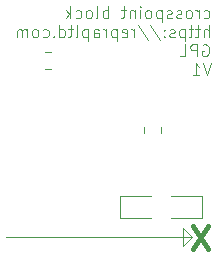
<source format=gbr>
%TF.GenerationSoftware,KiCad,Pcbnew,7.0.11-7.0.11~ubuntu20.04.1*%
%TF.CreationDate,2024-05-21T12:12:53+01:00*%
%TF.ProjectId,crosspoint-switches,63726f73-7370-46f6-996e-742d73776974,rev?*%
%TF.SameCoordinates,Original*%
%TF.FileFunction,Legend,Bot*%
%TF.FilePolarity,Positive*%
%FSLAX46Y46*%
G04 Gerber Fmt 4.6, Leading zero omitted, Abs format (unit mm)*
G04 Created by KiCad (PCBNEW 7.0.11-7.0.11~ubuntu20.04.1) date 2024-05-21 12:12:53*
%MOMM*%
%LPD*%
G01*
G04 APERTURE LIST*
%ADD10C,0.400000*%
%ADD11C,0.100000*%
%ADD12C,0.120000*%
G04 APERTURE END LIST*
D10*
X75951128Y-78234438D02*
X74617795Y-80234438D01*
X74617795Y-78234438D02*
X75951128Y-80234438D01*
D11*
X73800000Y-79900000D02*
X74600000Y-79200000D01*
X73800000Y-78400000D02*
X73800000Y-79900000D01*
X74600000Y-79200000D02*
X73800000Y-78400000D01*
X58800000Y-79200000D02*
X74600000Y-79200000D01*
X75567544Y-60594800D02*
X75662782Y-60642419D01*
X75662782Y-60642419D02*
X75853258Y-60642419D01*
X75853258Y-60642419D02*
X75948496Y-60594800D01*
X75948496Y-60594800D02*
X75996115Y-60547180D01*
X75996115Y-60547180D02*
X76043734Y-60451942D01*
X76043734Y-60451942D02*
X76043734Y-60166228D01*
X76043734Y-60166228D02*
X75996115Y-60070990D01*
X75996115Y-60070990D02*
X75948496Y-60023371D01*
X75948496Y-60023371D02*
X75853258Y-59975752D01*
X75853258Y-59975752D02*
X75662782Y-59975752D01*
X75662782Y-59975752D02*
X75567544Y-60023371D01*
X75138972Y-60642419D02*
X75138972Y-59975752D01*
X75138972Y-60166228D02*
X75091353Y-60070990D01*
X75091353Y-60070990D02*
X75043734Y-60023371D01*
X75043734Y-60023371D02*
X74948496Y-59975752D01*
X74948496Y-59975752D02*
X74853258Y-59975752D01*
X74377067Y-60642419D02*
X74472305Y-60594800D01*
X74472305Y-60594800D02*
X74519924Y-60547180D01*
X74519924Y-60547180D02*
X74567543Y-60451942D01*
X74567543Y-60451942D02*
X74567543Y-60166228D01*
X74567543Y-60166228D02*
X74519924Y-60070990D01*
X74519924Y-60070990D02*
X74472305Y-60023371D01*
X74472305Y-60023371D02*
X74377067Y-59975752D01*
X74377067Y-59975752D02*
X74234210Y-59975752D01*
X74234210Y-59975752D02*
X74138972Y-60023371D01*
X74138972Y-60023371D02*
X74091353Y-60070990D01*
X74091353Y-60070990D02*
X74043734Y-60166228D01*
X74043734Y-60166228D02*
X74043734Y-60451942D01*
X74043734Y-60451942D02*
X74091353Y-60547180D01*
X74091353Y-60547180D02*
X74138972Y-60594800D01*
X74138972Y-60594800D02*
X74234210Y-60642419D01*
X74234210Y-60642419D02*
X74377067Y-60642419D01*
X73662781Y-60594800D02*
X73567543Y-60642419D01*
X73567543Y-60642419D02*
X73377067Y-60642419D01*
X73377067Y-60642419D02*
X73281829Y-60594800D01*
X73281829Y-60594800D02*
X73234210Y-60499561D01*
X73234210Y-60499561D02*
X73234210Y-60451942D01*
X73234210Y-60451942D02*
X73281829Y-60356704D01*
X73281829Y-60356704D02*
X73377067Y-60309085D01*
X73377067Y-60309085D02*
X73519924Y-60309085D01*
X73519924Y-60309085D02*
X73615162Y-60261466D01*
X73615162Y-60261466D02*
X73662781Y-60166228D01*
X73662781Y-60166228D02*
X73662781Y-60118609D01*
X73662781Y-60118609D02*
X73615162Y-60023371D01*
X73615162Y-60023371D02*
X73519924Y-59975752D01*
X73519924Y-59975752D02*
X73377067Y-59975752D01*
X73377067Y-59975752D02*
X73281829Y-60023371D01*
X72853257Y-60594800D02*
X72758019Y-60642419D01*
X72758019Y-60642419D02*
X72567543Y-60642419D01*
X72567543Y-60642419D02*
X72472305Y-60594800D01*
X72472305Y-60594800D02*
X72424686Y-60499561D01*
X72424686Y-60499561D02*
X72424686Y-60451942D01*
X72424686Y-60451942D02*
X72472305Y-60356704D01*
X72472305Y-60356704D02*
X72567543Y-60309085D01*
X72567543Y-60309085D02*
X72710400Y-60309085D01*
X72710400Y-60309085D02*
X72805638Y-60261466D01*
X72805638Y-60261466D02*
X72853257Y-60166228D01*
X72853257Y-60166228D02*
X72853257Y-60118609D01*
X72853257Y-60118609D02*
X72805638Y-60023371D01*
X72805638Y-60023371D02*
X72710400Y-59975752D01*
X72710400Y-59975752D02*
X72567543Y-59975752D01*
X72567543Y-59975752D02*
X72472305Y-60023371D01*
X71996114Y-59975752D02*
X71996114Y-60975752D01*
X71996114Y-60023371D02*
X71900876Y-59975752D01*
X71900876Y-59975752D02*
X71710400Y-59975752D01*
X71710400Y-59975752D02*
X71615162Y-60023371D01*
X71615162Y-60023371D02*
X71567543Y-60070990D01*
X71567543Y-60070990D02*
X71519924Y-60166228D01*
X71519924Y-60166228D02*
X71519924Y-60451942D01*
X71519924Y-60451942D02*
X71567543Y-60547180D01*
X71567543Y-60547180D02*
X71615162Y-60594800D01*
X71615162Y-60594800D02*
X71710400Y-60642419D01*
X71710400Y-60642419D02*
X71900876Y-60642419D01*
X71900876Y-60642419D02*
X71996114Y-60594800D01*
X70948495Y-60642419D02*
X71043733Y-60594800D01*
X71043733Y-60594800D02*
X71091352Y-60547180D01*
X71091352Y-60547180D02*
X71138971Y-60451942D01*
X71138971Y-60451942D02*
X71138971Y-60166228D01*
X71138971Y-60166228D02*
X71091352Y-60070990D01*
X71091352Y-60070990D02*
X71043733Y-60023371D01*
X71043733Y-60023371D02*
X70948495Y-59975752D01*
X70948495Y-59975752D02*
X70805638Y-59975752D01*
X70805638Y-59975752D02*
X70710400Y-60023371D01*
X70710400Y-60023371D02*
X70662781Y-60070990D01*
X70662781Y-60070990D02*
X70615162Y-60166228D01*
X70615162Y-60166228D02*
X70615162Y-60451942D01*
X70615162Y-60451942D02*
X70662781Y-60547180D01*
X70662781Y-60547180D02*
X70710400Y-60594800D01*
X70710400Y-60594800D02*
X70805638Y-60642419D01*
X70805638Y-60642419D02*
X70948495Y-60642419D01*
X70186590Y-60642419D02*
X70186590Y-59975752D01*
X70186590Y-59642419D02*
X70234209Y-59690038D01*
X70234209Y-59690038D02*
X70186590Y-59737657D01*
X70186590Y-59737657D02*
X70138971Y-59690038D01*
X70138971Y-59690038D02*
X70186590Y-59642419D01*
X70186590Y-59642419D02*
X70186590Y-59737657D01*
X69710400Y-59975752D02*
X69710400Y-60642419D01*
X69710400Y-60070990D02*
X69662781Y-60023371D01*
X69662781Y-60023371D02*
X69567543Y-59975752D01*
X69567543Y-59975752D02*
X69424686Y-59975752D01*
X69424686Y-59975752D02*
X69329448Y-60023371D01*
X69329448Y-60023371D02*
X69281829Y-60118609D01*
X69281829Y-60118609D02*
X69281829Y-60642419D01*
X68948495Y-59975752D02*
X68567543Y-59975752D01*
X68805638Y-59642419D02*
X68805638Y-60499561D01*
X68805638Y-60499561D02*
X68758019Y-60594800D01*
X68758019Y-60594800D02*
X68662781Y-60642419D01*
X68662781Y-60642419D02*
X68567543Y-60642419D01*
X67472304Y-60642419D02*
X67472304Y-59642419D01*
X67472304Y-60023371D02*
X67377066Y-59975752D01*
X67377066Y-59975752D02*
X67186590Y-59975752D01*
X67186590Y-59975752D02*
X67091352Y-60023371D01*
X67091352Y-60023371D02*
X67043733Y-60070990D01*
X67043733Y-60070990D02*
X66996114Y-60166228D01*
X66996114Y-60166228D02*
X66996114Y-60451942D01*
X66996114Y-60451942D02*
X67043733Y-60547180D01*
X67043733Y-60547180D02*
X67091352Y-60594800D01*
X67091352Y-60594800D02*
X67186590Y-60642419D01*
X67186590Y-60642419D02*
X67377066Y-60642419D01*
X67377066Y-60642419D02*
X67472304Y-60594800D01*
X66424685Y-60642419D02*
X66519923Y-60594800D01*
X66519923Y-60594800D02*
X66567542Y-60499561D01*
X66567542Y-60499561D02*
X66567542Y-59642419D01*
X65900875Y-60642419D02*
X65996113Y-60594800D01*
X65996113Y-60594800D02*
X66043732Y-60547180D01*
X66043732Y-60547180D02*
X66091351Y-60451942D01*
X66091351Y-60451942D02*
X66091351Y-60166228D01*
X66091351Y-60166228D02*
X66043732Y-60070990D01*
X66043732Y-60070990D02*
X65996113Y-60023371D01*
X65996113Y-60023371D02*
X65900875Y-59975752D01*
X65900875Y-59975752D02*
X65758018Y-59975752D01*
X65758018Y-59975752D02*
X65662780Y-60023371D01*
X65662780Y-60023371D02*
X65615161Y-60070990D01*
X65615161Y-60070990D02*
X65567542Y-60166228D01*
X65567542Y-60166228D02*
X65567542Y-60451942D01*
X65567542Y-60451942D02*
X65615161Y-60547180D01*
X65615161Y-60547180D02*
X65662780Y-60594800D01*
X65662780Y-60594800D02*
X65758018Y-60642419D01*
X65758018Y-60642419D02*
X65900875Y-60642419D01*
X64710399Y-60594800D02*
X64805637Y-60642419D01*
X64805637Y-60642419D02*
X64996113Y-60642419D01*
X64996113Y-60642419D02*
X65091351Y-60594800D01*
X65091351Y-60594800D02*
X65138970Y-60547180D01*
X65138970Y-60547180D02*
X65186589Y-60451942D01*
X65186589Y-60451942D02*
X65186589Y-60166228D01*
X65186589Y-60166228D02*
X65138970Y-60070990D01*
X65138970Y-60070990D02*
X65091351Y-60023371D01*
X65091351Y-60023371D02*
X64996113Y-59975752D01*
X64996113Y-59975752D02*
X64805637Y-59975752D01*
X64805637Y-59975752D02*
X64710399Y-60023371D01*
X64281827Y-60642419D02*
X64281827Y-59642419D01*
X64186589Y-60261466D02*
X63900875Y-60642419D01*
X63900875Y-59975752D02*
X64281827Y-60356704D01*
X75996115Y-62252419D02*
X75996115Y-61252419D01*
X75567544Y-62252419D02*
X75567544Y-61728609D01*
X75567544Y-61728609D02*
X75615163Y-61633371D01*
X75615163Y-61633371D02*
X75710401Y-61585752D01*
X75710401Y-61585752D02*
X75853258Y-61585752D01*
X75853258Y-61585752D02*
X75948496Y-61633371D01*
X75948496Y-61633371D02*
X75996115Y-61680990D01*
X75234210Y-61585752D02*
X74853258Y-61585752D01*
X75091353Y-61252419D02*
X75091353Y-62109561D01*
X75091353Y-62109561D02*
X75043734Y-62204800D01*
X75043734Y-62204800D02*
X74948496Y-62252419D01*
X74948496Y-62252419D02*
X74853258Y-62252419D01*
X74662781Y-61585752D02*
X74281829Y-61585752D01*
X74519924Y-61252419D02*
X74519924Y-62109561D01*
X74519924Y-62109561D02*
X74472305Y-62204800D01*
X74472305Y-62204800D02*
X74377067Y-62252419D01*
X74377067Y-62252419D02*
X74281829Y-62252419D01*
X73948495Y-61585752D02*
X73948495Y-62585752D01*
X73948495Y-61633371D02*
X73853257Y-61585752D01*
X73853257Y-61585752D02*
X73662781Y-61585752D01*
X73662781Y-61585752D02*
X73567543Y-61633371D01*
X73567543Y-61633371D02*
X73519924Y-61680990D01*
X73519924Y-61680990D02*
X73472305Y-61776228D01*
X73472305Y-61776228D02*
X73472305Y-62061942D01*
X73472305Y-62061942D02*
X73519924Y-62157180D01*
X73519924Y-62157180D02*
X73567543Y-62204800D01*
X73567543Y-62204800D02*
X73662781Y-62252419D01*
X73662781Y-62252419D02*
X73853257Y-62252419D01*
X73853257Y-62252419D02*
X73948495Y-62204800D01*
X73091352Y-62204800D02*
X72996114Y-62252419D01*
X72996114Y-62252419D02*
X72805638Y-62252419D01*
X72805638Y-62252419D02*
X72710400Y-62204800D01*
X72710400Y-62204800D02*
X72662781Y-62109561D01*
X72662781Y-62109561D02*
X72662781Y-62061942D01*
X72662781Y-62061942D02*
X72710400Y-61966704D01*
X72710400Y-61966704D02*
X72805638Y-61919085D01*
X72805638Y-61919085D02*
X72948495Y-61919085D01*
X72948495Y-61919085D02*
X73043733Y-61871466D01*
X73043733Y-61871466D02*
X73091352Y-61776228D01*
X73091352Y-61776228D02*
X73091352Y-61728609D01*
X73091352Y-61728609D02*
X73043733Y-61633371D01*
X73043733Y-61633371D02*
X72948495Y-61585752D01*
X72948495Y-61585752D02*
X72805638Y-61585752D01*
X72805638Y-61585752D02*
X72710400Y-61633371D01*
X72234209Y-62157180D02*
X72186590Y-62204800D01*
X72186590Y-62204800D02*
X72234209Y-62252419D01*
X72234209Y-62252419D02*
X72281828Y-62204800D01*
X72281828Y-62204800D02*
X72234209Y-62157180D01*
X72234209Y-62157180D02*
X72234209Y-62252419D01*
X72234209Y-61633371D02*
X72186590Y-61680990D01*
X72186590Y-61680990D02*
X72234209Y-61728609D01*
X72234209Y-61728609D02*
X72281828Y-61680990D01*
X72281828Y-61680990D02*
X72234209Y-61633371D01*
X72234209Y-61633371D02*
X72234209Y-61728609D01*
X71043734Y-61204800D02*
X71900876Y-62490514D01*
X69996115Y-61204800D02*
X70853257Y-62490514D01*
X69662781Y-62252419D02*
X69662781Y-61585752D01*
X69662781Y-61776228D02*
X69615162Y-61680990D01*
X69615162Y-61680990D02*
X69567543Y-61633371D01*
X69567543Y-61633371D02*
X69472305Y-61585752D01*
X69472305Y-61585752D02*
X69377067Y-61585752D01*
X68662781Y-62204800D02*
X68758019Y-62252419D01*
X68758019Y-62252419D02*
X68948495Y-62252419D01*
X68948495Y-62252419D02*
X69043733Y-62204800D01*
X69043733Y-62204800D02*
X69091352Y-62109561D01*
X69091352Y-62109561D02*
X69091352Y-61728609D01*
X69091352Y-61728609D02*
X69043733Y-61633371D01*
X69043733Y-61633371D02*
X68948495Y-61585752D01*
X68948495Y-61585752D02*
X68758019Y-61585752D01*
X68758019Y-61585752D02*
X68662781Y-61633371D01*
X68662781Y-61633371D02*
X68615162Y-61728609D01*
X68615162Y-61728609D02*
X68615162Y-61823847D01*
X68615162Y-61823847D02*
X69091352Y-61919085D01*
X68186590Y-61585752D02*
X68186590Y-62585752D01*
X68186590Y-61633371D02*
X68091352Y-61585752D01*
X68091352Y-61585752D02*
X67900876Y-61585752D01*
X67900876Y-61585752D02*
X67805638Y-61633371D01*
X67805638Y-61633371D02*
X67758019Y-61680990D01*
X67758019Y-61680990D02*
X67710400Y-61776228D01*
X67710400Y-61776228D02*
X67710400Y-62061942D01*
X67710400Y-62061942D02*
X67758019Y-62157180D01*
X67758019Y-62157180D02*
X67805638Y-62204800D01*
X67805638Y-62204800D02*
X67900876Y-62252419D01*
X67900876Y-62252419D02*
X68091352Y-62252419D01*
X68091352Y-62252419D02*
X68186590Y-62204800D01*
X67281828Y-62252419D02*
X67281828Y-61585752D01*
X67281828Y-61776228D02*
X67234209Y-61680990D01*
X67234209Y-61680990D02*
X67186590Y-61633371D01*
X67186590Y-61633371D02*
X67091352Y-61585752D01*
X67091352Y-61585752D02*
X66996114Y-61585752D01*
X66234209Y-62252419D02*
X66234209Y-61728609D01*
X66234209Y-61728609D02*
X66281828Y-61633371D01*
X66281828Y-61633371D02*
X66377066Y-61585752D01*
X66377066Y-61585752D02*
X66567542Y-61585752D01*
X66567542Y-61585752D02*
X66662780Y-61633371D01*
X66234209Y-62204800D02*
X66329447Y-62252419D01*
X66329447Y-62252419D02*
X66567542Y-62252419D01*
X66567542Y-62252419D02*
X66662780Y-62204800D01*
X66662780Y-62204800D02*
X66710399Y-62109561D01*
X66710399Y-62109561D02*
X66710399Y-62014323D01*
X66710399Y-62014323D02*
X66662780Y-61919085D01*
X66662780Y-61919085D02*
X66567542Y-61871466D01*
X66567542Y-61871466D02*
X66329447Y-61871466D01*
X66329447Y-61871466D02*
X66234209Y-61823847D01*
X65758018Y-61585752D02*
X65758018Y-62585752D01*
X65758018Y-61633371D02*
X65662780Y-61585752D01*
X65662780Y-61585752D02*
X65472304Y-61585752D01*
X65472304Y-61585752D02*
X65377066Y-61633371D01*
X65377066Y-61633371D02*
X65329447Y-61680990D01*
X65329447Y-61680990D02*
X65281828Y-61776228D01*
X65281828Y-61776228D02*
X65281828Y-62061942D01*
X65281828Y-62061942D02*
X65329447Y-62157180D01*
X65329447Y-62157180D02*
X65377066Y-62204800D01*
X65377066Y-62204800D02*
X65472304Y-62252419D01*
X65472304Y-62252419D02*
X65662780Y-62252419D01*
X65662780Y-62252419D02*
X65758018Y-62204800D01*
X64710399Y-62252419D02*
X64805637Y-62204800D01*
X64805637Y-62204800D02*
X64853256Y-62109561D01*
X64853256Y-62109561D02*
X64853256Y-61252419D01*
X64472303Y-61585752D02*
X64091351Y-61585752D01*
X64329446Y-61252419D02*
X64329446Y-62109561D01*
X64329446Y-62109561D02*
X64281827Y-62204800D01*
X64281827Y-62204800D02*
X64186589Y-62252419D01*
X64186589Y-62252419D02*
X64091351Y-62252419D01*
X63329446Y-62252419D02*
X63329446Y-61252419D01*
X63329446Y-62204800D02*
X63424684Y-62252419D01*
X63424684Y-62252419D02*
X63615160Y-62252419D01*
X63615160Y-62252419D02*
X63710398Y-62204800D01*
X63710398Y-62204800D02*
X63758017Y-62157180D01*
X63758017Y-62157180D02*
X63805636Y-62061942D01*
X63805636Y-62061942D02*
X63805636Y-61776228D01*
X63805636Y-61776228D02*
X63758017Y-61680990D01*
X63758017Y-61680990D02*
X63710398Y-61633371D01*
X63710398Y-61633371D02*
X63615160Y-61585752D01*
X63615160Y-61585752D02*
X63424684Y-61585752D01*
X63424684Y-61585752D02*
X63329446Y-61633371D01*
X62853255Y-62157180D02*
X62805636Y-62204800D01*
X62805636Y-62204800D02*
X62853255Y-62252419D01*
X62853255Y-62252419D02*
X62900874Y-62204800D01*
X62900874Y-62204800D02*
X62853255Y-62157180D01*
X62853255Y-62157180D02*
X62853255Y-62252419D01*
X61948494Y-62204800D02*
X62043732Y-62252419D01*
X62043732Y-62252419D02*
X62234208Y-62252419D01*
X62234208Y-62252419D02*
X62329446Y-62204800D01*
X62329446Y-62204800D02*
X62377065Y-62157180D01*
X62377065Y-62157180D02*
X62424684Y-62061942D01*
X62424684Y-62061942D02*
X62424684Y-61776228D01*
X62424684Y-61776228D02*
X62377065Y-61680990D01*
X62377065Y-61680990D02*
X62329446Y-61633371D01*
X62329446Y-61633371D02*
X62234208Y-61585752D01*
X62234208Y-61585752D02*
X62043732Y-61585752D01*
X62043732Y-61585752D02*
X61948494Y-61633371D01*
X61377065Y-62252419D02*
X61472303Y-62204800D01*
X61472303Y-62204800D02*
X61519922Y-62157180D01*
X61519922Y-62157180D02*
X61567541Y-62061942D01*
X61567541Y-62061942D02*
X61567541Y-61776228D01*
X61567541Y-61776228D02*
X61519922Y-61680990D01*
X61519922Y-61680990D02*
X61472303Y-61633371D01*
X61472303Y-61633371D02*
X61377065Y-61585752D01*
X61377065Y-61585752D02*
X61234208Y-61585752D01*
X61234208Y-61585752D02*
X61138970Y-61633371D01*
X61138970Y-61633371D02*
X61091351Y-61680990D01*
X61091351Y-61680990D02*
X61043732Y-61776228D01*
X61043732Y-61776228D02*
X61043732Y-62061942D01*
X61043732Y-62061942D02*
X61091351Y-62157180D01*
X61091351Y-62157180D02*
X61138970Y-62204800D01*
X61138970Y-62204800D02*
X61234208Y-62252419D01*
X61234208Y-62252419D02*
X61377065Y-62252419D01*
X60615160Y-62252419D02*
X60615160Y-61585752D01*
X60615160Y-61680990D02*
X60567541Y-61633371D01*
X60567541Y-61633371D02*
X60472303Y-61585752D01*
X60472303Y-61585752D02*
X60329446Y-61585752D01*
X60329446Y-61585752D02*
X60234208Y-61633371D01*
X60234208Y-61633371D02*
X60186589Y-61728609D01*
X60186589Y-61728609D02*
X60186589Y-62252419D01*
X60186589Y-61728609D02*
X60138970Y-61633371D01*
X60138970Y-61633371D02*
X60043732Y-61585752D01*
X60043732Y-61585752D02*
X59900875Y-61585752D01*
X59900875Y-61585752D02*
X59805636Y-61633371D01*
X59805636Y-61633371D02*
X59758017Y-61728609D01*
X59758017Y-61728609D02*
X59758017Y-62252419D01*
X75472306Y-62910038D02*
X75567544Y-62862419D01*
X75567544Y-62862419D02*
X75710401Y-62862419D01*
X75710401Y-62862419D02*
X75853258Y-62910038D01*
X75853258Y-62910038D02*
X75948496Y-63005276D01*
X75948496Y-63005276D02*
X75996115Y-63100514D01*
X75996115Y-63100514D02*
X76043734Y-63290990D01*
X76043734Y-63290990D02*
X76043734Y-63433847D01*
X76043734Y-63433847D02*
X75996115Y-63624323D01*
X75996115Y-63624323D02*
X75948496Y-63719561D01*
X75948496Y-63719561D02*
X75853258Y-63814800D01*
X75853258Y-63814800D02*
X75710401Y-63862419D01*
X75710401Y-63862419D02*
X75615163Y-63862419D01*
X75615163Y-63862419D02*
X75472306Y-63814800D01*
X75472306Y-63814800D02*
X75424687Y-63767180D01*
X75424687Y-63767180D02*
X75424687Y-63433847D01*
X75424687Y-63433847D02*
X75615163Y-63433847D01*
X74996115Y-63862419D02*
X74996115Y-62862419D01*
X74996115Y-62862419D02*
X74615163Y-62862419D01*
X74615163Y-62862419D02*
X74519925Y-62910038D01*
X74519925Y-62910038D02*
X74472306Y-62957657D01*
X74472306Y-62957657D02*
X74424687Y-63052895D01*
X74424687Y-63052895D02*
X74424687Y-63195752D01*
X74424687Y-63195752D02*
X74472306Y-63290990D01*
X74472306Y-63290990D02*
X74519925Y-63338609D01*
X74519925Y-63338609D02*
X74615163Y-63386228D01*
X74615163Y-63386228D02*
X74996115Y-63386228D01*
X73519925Y-63862419D02*
X73996115Y-63862419D01*
X73996115Y-63862419D02*
X73996115Y-62862419D01*
X76138972Y-64472419D02*
X75805639Y-65472419D01*
X75805639Y-65472419D02*
X75472306Y-64472419D01*
X74615163Y-65472419D02*
X75186591Y-65472419D01*
X74900877Y-65472419D02*
X74900877Y-64472419D01*
X74900877Y-64472419D02*
X74996115Y-64615276D01*
X74996115Y-64615276D02*
X75091353Y-64710514D01*
X75091353Y-64710514D02*
X75186591Y-64758133D01*
D12*
%TO.C,D2*%
X68440000Y-75665000D02*
X71125000Y-75665000D01*
X68440000Y-77585000D02*
X68440000Y-75665000D01*
X71125000Y-77585000D02*
X68440000Y-77585000D01*
%TO.C,R2*%
X70515000Y-70352064D02*
X70515000Y-69897936D01*
X71985000Y-70352064D02*
X71985000Y-69897936D01*
%TO.C,D3*%
X75435000Y-77585000D02*
X72750000Y-77585000D01*
X75435000Y-75665000D02*
X75435000Y-77585000D01*
X72750000Y-75665000D02*
X75435000Y-75665000D01*
%TO.C,C3*%
X62113748Y-63515000D02*
X62636252Y-63515000D01*
X62113748Y-64985000D02*
X62636252Y-64985000D01*
%TD*%
M02*

</source>
